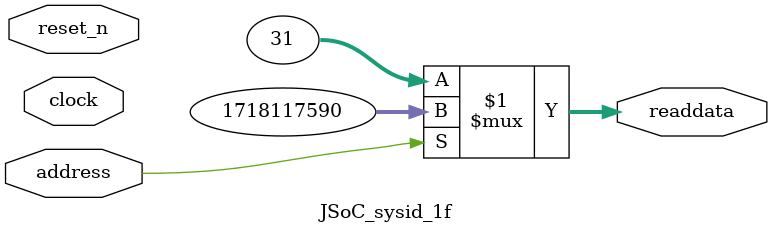
<source format=v>

`timescale 1ns / 1ps
// synthesis translate_on

// turn off superfluous verilog processor warnings 
// altera message_level Level1 
// altera message_off 10034 10035 10036 10037 10230 10240 10030 

module JSoC_sysid_1f (
               // inputs:
                address,
                clock,
                reset_n,

               // outputs:
                readdata
             )
;

  output  [ 31: 0] readdata;
  input            address;
  input            clock;
  input            reset_n;

  wire    [ 31: 0] readdata;
  //control_slave, which is an e_avalon_slave
  assign readdata = address ? 1718117590 : 31;

endmodule




</source>
